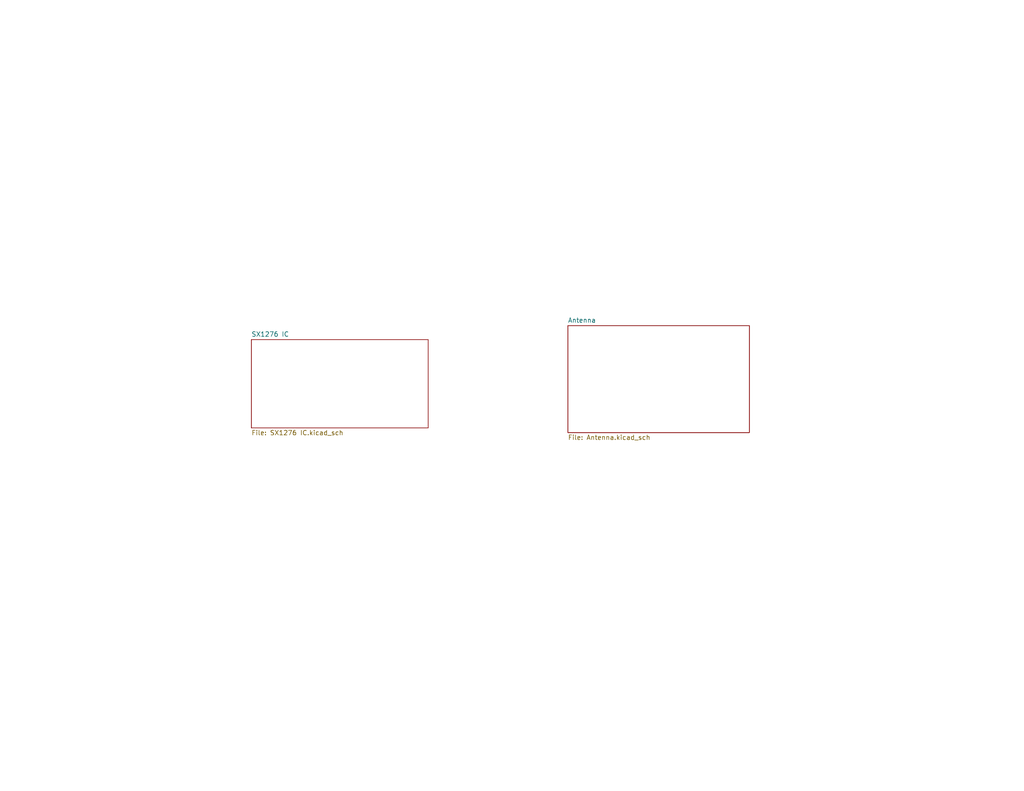
<source format=kicad_sch>
(kicad_sch (version 20211123) (generator eeschema)
  (paper "USLetter")
  (lib_symbols)
  (sheet (at 154.94 88.9) (size 49.53 29.21) (stroke (width 0.1524))
    (property "Sheet name" "Antenna" (at 154.94 88.1884 0) (effects (justify left bottom)))
    (property "Sheet file" "Antenna.kicad_sch" (at 154.94 118.6946 0) (effects (justify left top)))
  )
  (sheet (at 68.58 92.71) (size 48.26 24.13) (stroke (width 0.1524))
    (property "Sheet name" "SX1276 IC" (at 68.58 91.9984 0) (effects (justify left bottom)))
    (property "Sheet file" "SX1276 IC.kicad_sch" (at 68.58 117.4246 0) (effects (justify left top)))
  )
)
</source>
